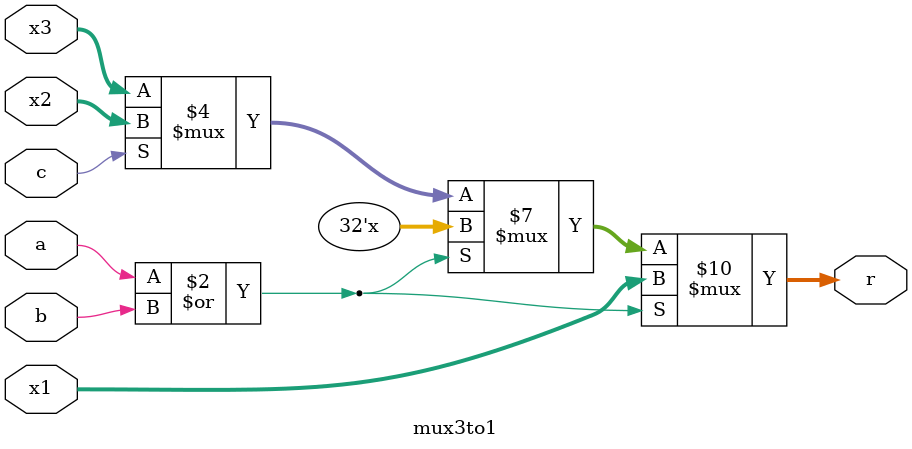
<source format=v>
`timescale 1ns / 1ps

module mux3to1(
input a, b, c,
input [31:0] x1,x2,x3,
output reg [31:0] r
    );
always@(*)
    if (a | b)
         r = x1;
     else if(c)
        r = x2;
     else
        r = x3;

endmodule

</source>
